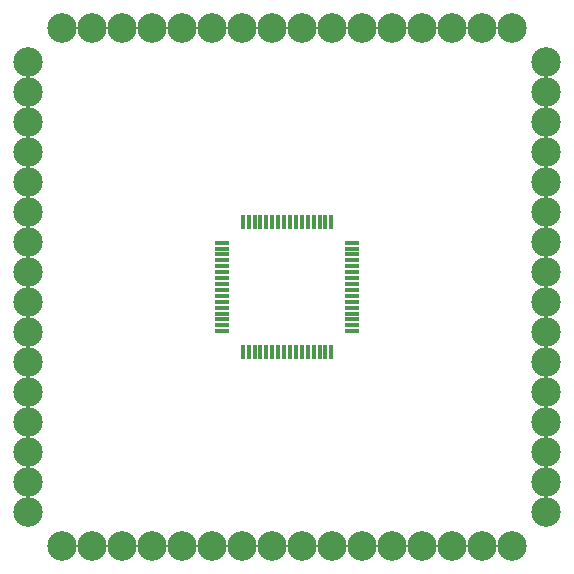
<source format=gbr>
%FSLAX34Y34*%
%MOMM*%
%LNSOLDERMASK_BOTTOM*%
G71*
G01*
%ADD10C, 2.50*%
%ADD11R, 0.40X1.20*%
%ADD12R, 1.20X0.40*%
%LPD*%
X72001Y959675D02*
G54D10*
D03*
X97401Y959675D02*
G54D10*
D03*
X122801Y959675D02*
G54D10*
D03*
X148201Y959675D02*
G54D10*
D03*
X173601Y959675D02*
G54D10*
D03*
X199001Y959675D02*
G54D10*
D03*
X224401Y959675D02*
G54D10*
D03*
X249801Y959675D02*
G54D10*
D03*
X275201Y959675D02*
G54D10*
D03*
X300601Y959675D02*
G54D10*
D03*
X326001Y959675D02*
G54D10*
D03*
X351401Y959675D02*
G54D10*
D03*
X376801Y959675D02*
G54D10*
D03*
X402201Y959675D02*
G54D10*
D03*
X427601Y959675D02*
G54D10*
D03*
X453000Y959675D02*
G54D10*
D03*
X71996Y521749D02*
G54D10*
D03*
X97396Y521749D02*
G54D10*
D03*
X122796Y521749D02*
G54D10*
D03*
X148196Y521749D02*
G54D10*
D03*
X173596Y521749D02*
G54D10*
D03*
X198996Y521749D02*
G54D10*
D03*
X224396Y521749D02*
G54D10*
D03*
X249796Y521749D02*
G54D10*
D03*
X275196Y521749D02*
G54D10*
D03*
X300596Y521749D02*
G54D10*
D03*
X325996Y521749D02*
G54D10*
D03*
X351396Y521749D02*
G54D10*
D03*
X376796Y521749D02*
G54D10*
D03*
X402196Y521749D02*
G54D10*
D03*
X427596Y521749D02*
G54D10*
D03*
X452996Y521749D02*
G54D10*
D03*
X43533Y931216D02*
G54D10*
D03*
X43533Y905816D02*
G54D10*
D03*
X43533Y880416D02*
G54D10*
D03*
X43533Y855016D02*
G54D10*
D03*
X43533Y829616D02*
G54D10*
D03*
X43533Y804216D02*
G54D10*
D03*
X43533Y778816D02*
G54D10*
D03*
X43533Y753416D02*
G54D10*
D03*
X43533Y728016D02*
G54D10*
D03*
X43533Y702616D02*
G54D10*
D03*
X43533Y677216D02*
G54D10*
D03*
X43533Y651816D02*
G54D10*
D03*
X43533Y626416D02*
G54D10*
D03*
X43533Y601016D02*
G54D10*
D03*
X43533Y575616D02*
G54D10*
D03*
X43533Y550216D02*
G54D10*
D03*
X481464Y931211D02*
G54D10*
D03*
X481464Y905811D02*
G54D10*
D03*
X481464Y880411D02*
G54D10*
D03*
X481464Y855011D02*
G54D10*
D03*
X481464Y829611D02*
G54D10*
D03*
X481464Y804211D02*
G54D10*
D03*
X481464Y778811D02*
G54D10*
D03*
X481464Y753411D02*
G54D10*
D03*
X481464Y728011D02*
G54D10*
D03*
X481464Y702611D02*
G54D10*
D03*
X481464Y677211D02*
G54D10*
D03*
X481464Y651811D02*
G54D10*
D03*
X481464Y626411D02*
G54D10*
D03*
X481464Y601011D02*
G54D10*
D03*
X481464Y575611D02*
G54D10*
D03*
X481464Y550211D02*
G54D10*
D03*
X224998Y685715D02*
G54D11*
D03*
X224998Y795715D02*
G54D11*
D03*
X229998Y685715D02*
G54D11*
D03*
X229998Y795715D02*
G54D11*
D03*
X234998Y685715D02*
G54D11*
D03*
X234998Y795715D02*
G54D11*
D03*
X239998Y685715D02*
G54D11*
D03*
X239998Y795715D02*
G54D11*
D03*
X244998Y685715D02*
G54D11*
D03*
X244998Y795715D02*
G54D11*
D03*
X249998Y685715D02*
G54D11*
D03*
X249998Y795715D02*
G54D11*
D03*
X254998Y685715D02*
G54D11*
D03*
X254998Y795715D02*
G54D11*
D03*
X259998Y685715D02*
G54D11*
D03*
X259998Y795715D02*
G54D11*
D03*
X264998Y685715D02*
G54D11*
D03*
X264998Y795715D02*
G54D11*
D03*
X269998Y685715D02*
G54D11*
D03*
X269998Y795715D02*
G54D11*
D03*
X274998Y685715D02*
G54D11*
D03*
X274998Y795715D02*
G54D11*
D03*
X279998Y685715D02*
G54D11*
D03*
X279998Y795715D02*
G54D11*
D03*
X284998Y685715D02*
G54D11*
D03*
X284998Y795715D02*
G54D11*
D03*
X289998Y685715D02*
G54D11*
D03*
X289998Y795715D02*
G54D11*
D03*
X294998Y685715D02*
G54D11*
D03*
X294998Y795715D02*
G54D11*
D03*
X299998Y685715D02*
G54D11*
D03*
X299998Y795715D02*
G54D11*
D03*
X207498Y703215D02*
G54D12*
D03*
X317498Y703215D02*
G54D12*
D03*
X207498Y708215D02*
G54D12*
D03*
X317498Y708215D02*
G54D12*
D03*
X207498Y713215D02*
G54D12*
D03*
X317498Y713215D02*
G54D12*
D03*
X207498Y718215D02*
G54D12*
D03*
X317498Y718215D02*
G54D12*
D03*
X207498Y723215D02*
G54D12*
D03*
X317498Y723215D02*
G54D12*
D03*
X207498Y728215D02*
G54D12*
D03*
X317498Y728215D02*
G54D12*
D03*
X207498Y733215D02*
G54D12*
D03*
X317498Y733215D02*
G54D12*
D03*
X207498Y738215D02*
G54D12*
D03*
X317498Y738215D02*
G54D12*
D03*
X207498Y743215D02*
G54D12*
D03*
X317498Y743215D02*
G54D12*
D03*
X207498Y748215D02*
G54D12*
D03*
X317498Y748215D02*
G54D12*
D03*
X207498Y753215D02*
G54D12*
D03*
X317498Y753215D02*
G54D12*
D03*
X207498Y758215D02*
G54D12*
D03*
X317498Y758215D02*
G54D12*
D03*
X207498Y763215D02*
G54D12*
D03*
X317498Y763215D02*
G54D12*
D03*
X207498Y768215D02*
G54D12*
D03*
X317498Y768215D02*
G54D12*
D03*
X207498Y773215D02*
G54D12*
D03*
X317498Y773215D02*
G54D12*
D03*
X207498Y778215D02*
G54D12*
D03*
X317498Y778215D02*
G54D12*
D03*
M02*

</source>
